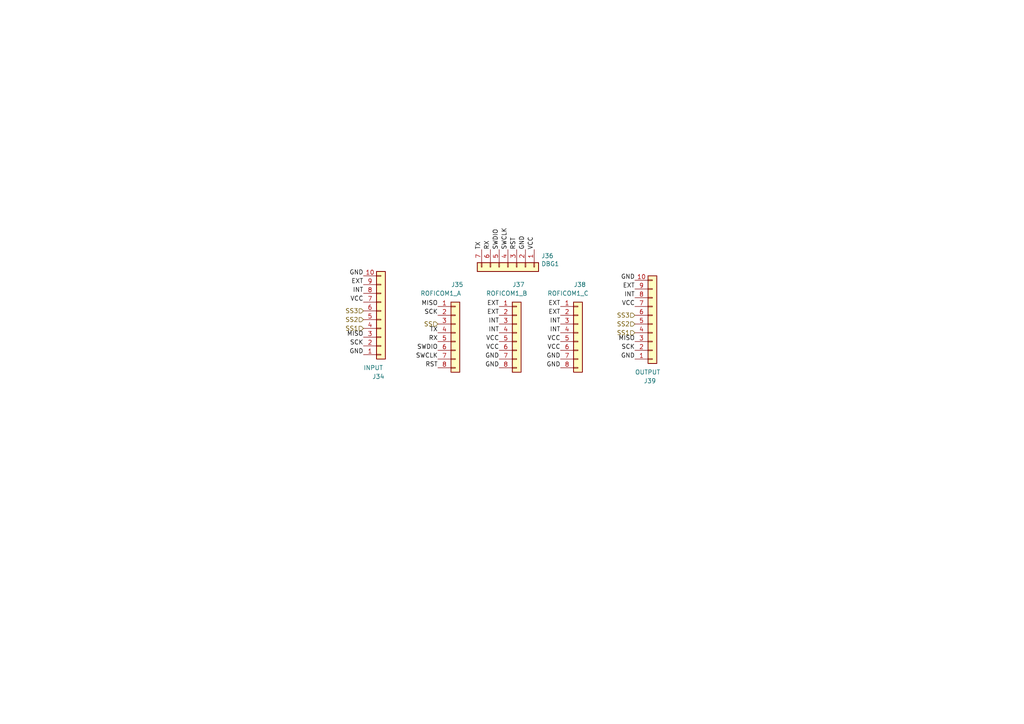
<source format=kicad_sch>
(kicad_sch (version 20211123) (generator eeschema)
  (paper "A4")
  (lib_symbols
    (symbol "Connector_Generic:Conn_01x07" (pin_names (offset 1.016) hide)
      (property "Reference" "J" (at 0 10.16 0))
      (property "Value" "Connector_Generic_Conn_01x07" (at 0 -10.16 0))
      (symbol "Conn_01x07_1_1"
        (rectangle (start -1.27 -7.493) (end 0 -7.747) (stroke (width 0.1524)))
        (rectangle (start -1.27 -4.953) (end 0 -5.207) (stroke (width 0.1524)))
        (rectangle (start -1.27 -2.413) (end 0 -2.667) (stroke (width 0.1524)))
        (rectangle (start -1.27 0.127) (end 0 -0.127) (stroke (width 0.1524)))
        (rectangle (start -1.27 2.667) (end 0 2.413) (stroke (width 0.1524)))
        (rectangle (start -1.27 5.207) (end 0 4.953) (stroke (width 0.1524)))
        (rectangle (start -1.27 7.747) (end 0 7.493) (stroke (width 0.1524)))
        (rectangle (start -1.27 8.89) (end 1.27 -8.89) (stroke (width 0.254)) (fill (type background)))
        (pin passive line (at -5.08 7.62 0) (length 3.81) (name "Pin_1") (number "1"))
        (pin passive line (at -5.08 5.08 0) (length 3.81) (name "Pin_2") (number "2"))
        (pin passive line (at -5.08 2.54 0) (length 3.81) (name "Pin_3") (number "3"))
        (pin passive line (at -5.08 0 0) (length 3.81) (name "Pin_4") (number "4"))
        (pin passive line (at -5.08 -2.54 0) (length 3.81) (name "Pin_5") (number "5"))
        (pin passive line (at -5.08 -5.08 0) (length 3.81) (name "Pin_6") (number "6"))
        (pin passive line (at -5.08 -7.62 0) (length 3.81) (name "Pin_7") (number "7"))
      )
    )
    (symbol "Connector_Generic:Conn_01x08" (pin_names (offset 1.016) hide)
      (property "Reference" "J" (at 0 10.16 0))
      (property "Value" "Connector_Generic_Conn_01x08" (at 0 -12.7 0))
      (symbol "Conn_01x08_1_1"
        (rectangle (start -1.27 -10.033) (end 0 -10.287) (stroke (width 0.1524)))
        (rectangle (start -1.27 -7.493) (end 0 -7.747) (stroke (width 0.1524)))
        (rectangle (start -1.27 -4.953) (end 0 -5.207) (stroke (width 0.1524)))
        (rectangle (start -1.27 -2.413) (end 0 -2.667) (stroke (width 0.1524)))
        (rectangle (start -1.27 0.127) (end 0 -0.127) (stroke (width 0.1524)))
        (rectangle (start -1.27 2.667) (end 0 2.413) (stroke (width 0.1524)))
        (rectangle (start -1.27 5.207) (end 0 4.953) (stroke (width 0.1524)))
        (rectangle (start -1.27 7.747) (end 0 7.493) (stroke (width 0.1524)))
        (rectangle (start -1.27 8.89) (end 1.27 -11.43) (stroke (width 0.254)) (fill (type background)))
        (pin passive line (at -5.08 7.62 0) (length 3.81) (name "Pin_1") (number "1"))
        (pin passive line (at -5.08 5.08 0) (length 3.81) (name "Pin_2") (number "2"))
        (pin passive line (at -5.08 2.54 0) (length 3.81) (name "Pin_3") (number "3"))
        (pin passive line (at -5.08 0 0) (length 3.81) (name "Pin_4") (number "4"))
        (pin passive line (at -5.08 -2.54 0) (length 3.81) (name "Pin_5") (number "5"))
        (pin passive line (at -5.08 -5.08 0) (length 3.81) (name "Pin_6") (number "6"))
        (pin passive line (at -5.08 -7.62 0) (length 3.81) (name "Pin_7") (number "7"))
        (pin passive line (at -5.08 -10.16 0) (length 3.81) (name "Pin_8") (number "8"))
      )
    )
    (symbol "Connector_Generic:Conn_01x10" (pin_names (offset 1.016) hide)
      (property "Reference" "J" (at 0 12.7 0))
      (property "Value" "Connector_Generic_Conn_01x10" (at 0 -15.24 0))
      (symbol "Conn_01x10_1_1"
        (rectangle (start -1.27 -12.573) (end 0 -12.827) (stroke (width 0.1524)))
        (rectangle (start -1.27 -10.033) (end 0 -10.287) (stroke (width 0.1524)))
        (rectangle (start -1.27 -7.493) (end 0 -7.747) (stroke (width 0.1524)))
        (rectangle (start -1.27 -4.953) (end 0 -5.207) (stroke (width 0.1524)))
        (rectangle (start -1.27 -2.413) (end 0 -2.667) (stroke (width 0.1524)))
        (rectangle (start -1.27 0.127) (end 0 -0.127) (stroke (width 0.1524)))
        (rectangle (start -1.27 2.667) (end 0 2.413) (stroke (width 0.1524)))
        (rectangle (start -1.27 5.207) (end 0 4.953) (stroke (width 0.1524)))
        (rectangle (start -1.27 7.747) (end 0 7.493) (stroke (width 0.1524)))
        (rectangle (start -1.27 10.287) (end 0 10.033) (stroke (width 0.1524)))
        (rectangle (start -1.27 11.43) (end 1.27 -13.97) (stroke (width 0.254)) (fill (type background)))
        (pin passive line (at -5.08 10.16 0) (length 3.81) (name "Pin_1") (number "1"))
        (pin passive line (at -5.08 -12.7 0) (length 3.81) (name "Pin_10") (number "10"))
        (pin passive line (at -5.08 7.62 0) (length 3.81) (name "Pin_2") (number "2"))
        (pin passive line (at -5.08 5.08 0) (length 3.81) (name "Pin_3") (number "3"))
        (pin passive line (at -5.08 2.54 0) (length 3.81) (name "Pin_4") (number "4"))
        (pin passive line (at -5.08 0 0) (length 3.81) (name "Pin_5") (number "5"))
        (pin passive line (at -5.08 -2.54 0) (length 3.81) (name "Pin_6") (number "6"))
        (pin passive line (at -5.08 -5.08 0) (length 3.81) (name "Pin_7") (number "7"))
        (pin passive line (at -5.08 -7.62 0) (length 3.81) (name "Pin_8") (number "8"))
        (pin passive line (at -5.08 -10.16 0) (length 3.81) (name "Pin_9") (number "9"))
      )
    )
  )
  (label "GND" (at 144.78 104.14 180))
  (label "MISO" (at 105.41 97.79 180))
  (label "SWCLK" (at 127 104.14 180))
  (label "EXT" (at 144.78 91.44 180))
  (label "GND" (at 162.56 106.68 180))
  (label "EXT" (at 162.56 88.9 180))
  (label "VCC" (at 162.56 99.06 180))
  (label "SWDIO" (at 127 101.6 180))
  (label "GND" (at 152.4 72.39 90))
  (label "SCK" (at 105.41 100.33 180))
  (label "MISO" (at 127 88.9 180))
  (label "GND" (at 144.78 106.68 180))
  (label "EXT" (at 162.56 91.44 180))
  (label "VCC" (at 144.78 101.6 180))
  (label "EXT" (at 105.41 82.55 180))
  (label "GND" (at 105.41 102.87 180))
  (label "VCC" (at 162.56 101.6 180))
  (label "SWCLK" (at 147.32 72.39 90))
  (label "INT" (at 144.78 96.52 180))
  (label "RX" (at 127 99.06 180))
  (label "EXT" (at 184.15 83.82 180))
  (label "VCC" (at 105.41 87.63 180))
  (label "INT" (at 162.56 96.52 180))
  (label "VCC" (at 154.94 72.39 90))
  (label "VCC" (at 144.78 99.06 180))
  (label "EXT" (at 144.78 88.9 180))
  (label "INT" (at 144.78 93.98 180))
  (label "GND" (at 184.15 81.28 180))
  (label "SCK" (at 127 91.44 180))
  (label "INT" (at 105.41 85.09 180))
  (label "TX" (at 139.7 72.39 90))
  (label "GND" (at 105.41 80.01 180))
  (label "RST" (at 127 106.68 180))
  (label "INT" (at 184.15 86.36 180))
  (label "INT" (at 162.56 93.98 180))
  (label "VCC" (at 184.15 88.9 180))
  (label "RST" (at 149.86 72.39 90))
  (label "GND" (at 184.15 104.14 180))
  (label "MISO" (at 184.15 99.06 180))
  (label "TX" (at 127 96.52 180))
  (label "GND" (at 162.56 104.14 180))
  (label "SCK" (at 184.15 101.6 180))
  (label "RX" (at 142.24 72.39 90))
  (label "SWDIO" (at 144.78 72.39 90))
  (hierarchical_label "SS2" (shape input) (at 184.15 93.98 180))
  (hierarchical_label "SS3" (shape input) (at 184.15 91.44 180))
  (hierarchical_label "SS2" (shape input) (at 105.41 92.71 180))
  (hierarchical_label "SS" (shape input) (at 127 93.98 180))
  (hierarchical_label "SS1" (shape input) (at 184.15 96.52 180))
  (hierarchical_label "SS3" (shape input) (at 105.41 90.17 180))
  (hierarchical_label "SS1" (shape input) (at 105.41 95.25 180))
  (symbol (lib_id "Connector_Generic:Conn_01x07") (at 147.32 77.47 270) (unit 1)
    (property "Reference" "J36" (at 156.972 74.2188 90) (effects (justify left)))
    (property "Value" "DBG1" (at 156.972 76.5302 90) (effects (justify left)))
    (property "Footprint" "Connector_PinHeader_2.54mm:PinHeader_1x07_P2.54mm_Vertical" (effects hide))
    (property "JLCPCB_IGNORE" "YES" (effects hide))
  )
  (symbol (lib_id "Connector_Generic:Conn_01x08") (at 132.08 96.52 0) (unit 1)
    (property "Reference" "J35" (at 130.81 82.55 0) (effects (justify left)))
    (property "Value" "ROFICOM1_A" (at 121.92 85.09 0) (effects (justify left)))
    (property "Footprint" "rofi:SOLO-9258" (effects hide))
    (property "MFR" "009258008004064" (effects hide))
    (property "MFR_QTY" "6" (effects hide))
    (property "JLCPCB_IGNORE" "YES" (effects hide))
  )
  (symbol (lib_id "Connector_Generic:Conn_01x08") (at 149.86 96.52 0) (unit 1)
    (property "Reference" "J37" (at 148.59 82.55 0) (effects (justify left)))
    (property "Value" "ROFICOM1_B" (at 140.97 85.09 0) (effects (justify left)))
    (property "Footprint" "rofi:SOLO-9258" (effects hide))
    (property "MFR" "009258008004064" (effects hide))
    (property "MFR_QTY" "6" (effects hide))
    (property "JLCPCB_IGNORE" "YES" (effects hide))
  )
  (symbol (lib_id "Connector_Generic:Conn_01x08") (at 167.64 96.52 0) (unit 1)
    (property "Reference" "J38" (at 166.37 82.55 0) (effects (justify left)))
    (property "Value" "ROFICOM1_C" (at 158.75 85.09 0) (effects (justify left)))
    (property "Footprint" "rofi:SOLO-9258" (effects hide))
    (property "MFR" "009258008004064" (effects hide))
    (property "MFR_QTY" "6" (effects hide))
    (property "JLCPCB_IGNORE" "YES" (effects hide))
  )
  (symbol (lib_id "Connector_Generic:Conn_01x10") (at 110.49 92.71 0) (mirror x) (unit 1)
    (property "Reference" "J34" (at 107.95 109.22 0) (effects (justify left)))
    (property "Value" "INPUT" (at 105.41 106.68 0) (effects (justify left)))
    (property "Footprint" "rofi:UM_SHOE_PADS" (effects hide))
    (property "JLCPCB_IGNORE" "YES" (effects hide))
  )
  (symbol (lib_id "Connector_Generic:Conn_01x10") (at 189.23 93.98 0) (mirror x) (unit 1)
    (property "Reference" "J39" (at 186.69 110.49 0) (effects (justify left)))
    (property "Value" "OUTPUT" (at 184.15 107.95 0) (effects (justify left)))
    (property "Footprint" "rofi:UM_SHOE_PADS" (effects hide))
    (property "JLCPCB_IGNORE" "YES" (effects hide))
  )
)
</source>
